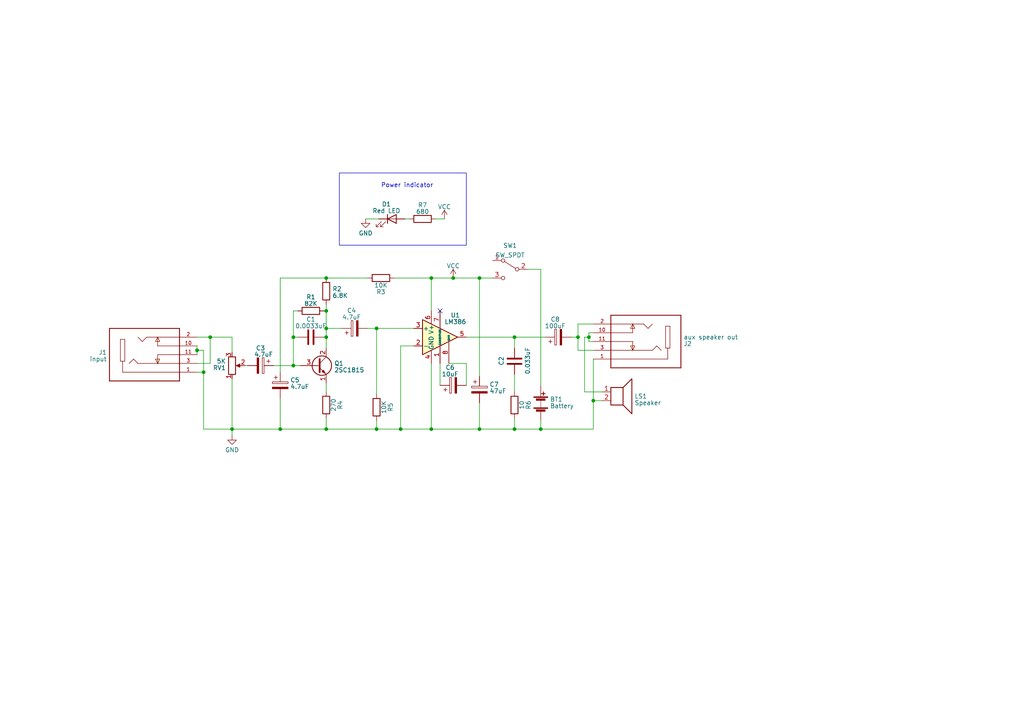
<source format=kicad_sch>
(kicad_sch (version 20230121) (generator eeschema)
  (paper "A4")
  (lib_symbols
    (symbol "Amplifier_Audio:LM386" (pin_names (offset 0.127))
      (property "Reference" "U" (at 1.27 7.62 0))
      (property "Value" "LM386" (at 1.27 5.08 0))
      (symbol "LM386_0_1"
        (polyline (pts (xy 5.08 0) (xy -5.08 5.08) (xy -5.08 -5.08) (xy 5.08 0)) (stroke (width 0.254)) (fill (type background)))
      )
      (symbol "LM386_1_1"
        (pin input line (at 0 -7.62 90) (length 5.08) (name "GAIN") (number "1"))
        (pin input line (at -7.62 -2.54 0) (length 2.54) (name "-") (number "2"))
        (pin input line (at -7.62 2.54 0) (length 2.54) (name "+") (number "3"))
        (pin power_in line (at -2.54 -7.62 90) (length 3.81) (name "GND") (number "4"))
        (pin output line (at 7.62 0 180) (length 2.54) (name "~") (number "5"))
        (pin power_in line (at -2.54 7.62 270) (length 3.81) (name "V+") (number "6"))
        (pin input line (at 0 7.62 270) (length 5.08) (name "BYPASS") (number "7"))
        (pin input line (at 2.54 -7.62 90) (length 6.35) (name "GAIN") (number "8"))
      )
    )
    (symbol "Device:Battery" (pin_numbers hide) (pin_names (offset 0) hide)
      (property "Reference" "BT" (at 2.54 2.54 0))
      (property "Value" "Battery" (at 2.54 0 0))
      (symbol "Battery_0_1"
        (rectangle (start -2.032 -1.397) (end 2.032 -1.651) (fill (type outline)))
        (rectangle (start -2.032 1.778) (end 2.032 1.524) (fill (type outline)))
        (rectangle (start -1.3208 -1.9812) (end 1.27 -2.4892) (fill (type outline)))
        (rectangle (start -1.3208 1.1938) (end 1.27 0.6858) (fill (type outline)))
        (polyline (pts (xy 0 -1.524) (xy 0 -1.27)))
        (polyline (pts (xy 0 -1.016) (xy 0 -0.762)))
        (polyline (pts (xy 0 -0.508) (xy 0 -0.254)))
        (polyline (pts (xy 0 0) (xy 0 0.254)))
        (polyline (pts (xy 0 0.508) (xy 0 0.762)))
        (polyline (pts (xy 0 1.778) (xy 0 2.54)))
        (polyline (pts (xy 0.254 2.667) (xy 1.27 2.667)) (stroke (width 0.254)))
        (polyline (pts (xy 0.762 3.175) (xy 0.762 2.159)) (stroke (width 0.254)))
      )
      (symbol "Battery_1_1"
        (pin passive line (at 0 5.08 270) (length 2.54) (name "+") (number "1"))
        (pin passive line (at 0 -5.08 90) (length 2.54) (name "-") (number "2"))
      )
    )
    (symbol "Device:C" (pin_numbers hide) (pin_names (offset 0.254))
      (property "Reference" "C" (at 0.635 2.54 0))
      (property "Value" "C" (at 0.635 -2.54 0))
      (symbol "C_0_1"
        (polyline (pts (xy -2.032 -0.762) (xy 2.032 -0.762)) (stroke (width 0.508)))
        (polyline (pts (xy -2.032 0.762) (xy 2.032 0.762)) (stroke (width 0.508)))
      )
      (symbol "C_1_1"
        (pin passive line (at 0 3.81 270) (length 2.794) (name "~") (number "1"))
        (pin passive line (at 0 -3.81 90) (length 2.794) (name "~") (number "2"))
      )
    )
    (symbol "Device:C_Polarized" (pin_numbers hide) (pin_names (offset 0.254))
      (property "Reference" "C" (at 0.635 2.54 0))
      (property "Value" "C_Polarized" (at 0.635 -2.54 0))
      (symbol "C_Polarized_0_1"
        (rectangle (start -2.286 0.508) (end 2.286 1.016))
        (polyline (pts (xy -1.778 2.286) (xy -0.762 2.286)))
        (polyline (pts (xy -1.27 2.794) (xy -1.27 1.778)))
        (rectangle (start 2.286 -0.508) (end -2.286 -1.016) (fill (type outline)))
      )
      (symbol "C_Polarized_1_1"
        (pin passive line (at 0 3.81 270) (length 2.794) (name "~") (number "1"))
        (pin passive line (at 0 -3.81 90) (length 2.794) (name "~") (number "2"))
      )
    )
    (symbol "Device:LED" (pin_numbers hide) (pin_names (offset 1.016) hide)
      (property "Reference" "D" (at 0 2.54 0))
      (property "Value" "LED" (at 0 -2.54 0))
      (symbol "LED_0_1"
        (polyline (pts (xy -1.27 -1.27) (xy -1.27 1.27)) (stroke (width 0.254)))
        (polyline (pts (xy -1.27 0) (xy 1.27 0)))
        (polyline (pts (xy 1.27 -1.27) (xy 1.27 1.27) (xy -1.27 0) (xy 1.27 -1.27)) (stroke (width 0.254)))
        (polyline (pts (xy -3.048 -0.762) (xy -4.572 -2.286) (xy -3.81 -2.286) (xy -4.572 -2.286) (xy -4.572 -1.524)))
        (polyline (pts (xy -1.778 -0.762) (xy -3.302 -2.286) (xy -2.54 -2.286) (xy -3.302 -2.286) (xy -3.302 -1.524)))
      )
      (symbol "LED_1_1"
        (pin passive line (at -3.81 0 0) (length 2.54) (name "K") (number "1"))
        (pin passive line (at 3.81 0 180) (length 2.54) (name "A") (number "2"))
      )
    )
    (symbol "Device:R" (pin_numbers hide) (pin_names (offset 0))
      (property "Reference" "R" (at 2.032 0 90))
      (property "Value" "R" (at 0 0 90))
      (symbol "R_0_1"
        (rectangle (start -1.016 -2.54) (end 1.016 2.54) (stroke (width 0.254)))
      )
      (symbol "R_1_1"
        (pin passive line (at 0 3.81 270) (length 1.27) (name "~") (number "1"))
        (pin passive line (at 0 -3.81 90) (length 1.27) (name "~") (number "2"))
      )
    )
    (symbol "Device:R_Potentiometer" (pin_names (offset 1.016) hide)
      (property "Reference" "RV" (at -4.445 0 90))
      (property "Value" "R_Potentiometer" (at -2.54 0 90))
      (symbol "R_Potentiometer_0_1"
        (polyline (pts (xy 2.54 0) (xy 1.524 0)))
        (polyline (pts (xy 1.143 0) (xy 2.286 0.508) (xy 2.286 -0.508) (xy 1.143 0)) (fill (type outline)))
        (rectangle (start 1.016 2.54) (end -1.016 -2.54) (stroke (width 0.254)))
      )
      (symbol "R_Potentiometer_1_1"
        (pin passive line (at 0 3.81 270) (length 1.27) (name "1") (number "1"))
        (pin passive line (at 3.81 0 180) (length 1.27) (name "2") (number "2"))
        (pin passive line (at 0 -3.81 90) (length 1.27) (name "3") (number "3"))
      )
    )
    (symbol "Device:Speaker" (pin_names (offset 0) hide)
      (property "Reference" "LS" (at 1.27 5.715 0))
      (property "Value" "Speaker" (at 1.27 3.81 0))
      (symbol "Speaker_0_0"
        (rectangle (start -2.54 1.27) (end 1.016 -3.81) (stroke (width 0.254)))
        (polyline (pts (xy 1.016 1.27) (xy 3.556 3.81) (xy 3.556 -6.35) (xy 1.016 -3.81)) (stroke (width 0.254)))
      )
      (symbol "Speaker_1_1"
        (pin input line (at -5.08 0 0) (length 2.54) (name "1") (number "1"))
        (pin input line (at -5.08 -2.54 0) (length 2.54) (name "2") (number "2"))
      )
    )
    (symbol "Evan's misc parts:SJ1-3525N" (pin_names (offset 1.016) hide)
      (property "Reference" "J" (at -10.16 10.16 0))
      (property "Value" "SJ1-3525N" (at -10.16 -12.7254 0))
      (symbol "SJ1-3525N_0_0"
        (polyline (pts (xy -10.16 -7.62) (xy 10.16 -7.62)) (stroke (width 0.254)))
        (polyline (pts (xy -10.16 7.62) (xy -10.16 -7.62)) (stroke (width 0.254)))
        (polyline (pts (xy -6.985 -4.445) (xy -6.985 1.905)) (stroke (width 0.1524)))
        (polyline (pts (xy -6.985 1.905) (xy -6.35 1.905)) (stroke (width 0.1524)))
        (polyline (pts (xy -6.35 1.905) (xy -5.715 1.905)) (stroke (width 0.1524)))
        (polyline (pts (xy -6.35 5.08) (xy -6.35 1.905)) (stroke (width 0.1524)))
        (polyline (pts (xy -5.715 -4.445) (xy -6.985 -4.445)) (stroke (width 0.1524)))
        (polyline (pts (xy -5.715 1.905) (xy -5.715 -4.445)) (stroke (width 0.1524)))
        (polyline (pts (xy -3.175 1.27) (xy -4.445 2.54)) (stroke (width 0.1524)))
        (polyline (pts (xy -1.905 2.54) (xy -3.175 1.27)) (stroke (width 0.1524)))
        (polyline (pts (xy -0.635 -3.81) (xy -1.905 -5.08)) (stroke (width 0.1524)))
        (polyline (pts (xy 0.635 -5.08) (xy -0.635 -3.81)) (stroke (width 0.1524)))
        (polyline (pts (xy 3.81 -5.08) (xy 0.635 -5.08)) (stroke (width 0.1524)))
        (polyline (pts (xy 3.81 -2.54) (xy 3.81 -5.08)) (stroke (width 0.1524)))
        (polyline (pts (xy 3.81 2.54) (xy -1.905 2.54)) (stroke (width 0.1524)))
        (polyline (pts (xy 3.81 2.54) (xy 3.81 0)) (stroke (width 0.1524)))
        (polyline (pts (xy 10.16 -7.62) (xy 10.16 -5.08)) (stroke (width 0.254)))
        (polyline (pts (xy 10.16 -5.08) (xy 3.81 -5.08)) (stroke (width 0.1524)))
        (polyline (pts (xy 10.16 -5.08) (xy 10.16 -2.54)) (stroke (width 0.254)))
        (polyline (pts (xy 10.16 -2.54) (xy 3.81 -2.54)) (stroke (width 0.1524)))
        (polyline (pts (xy 10.16 -2.54) (xy 10.16 0)) (stroke (width 0.254)))
        (polyline (pts (xy 10.16 0) (xy 3.81 0)) (stroke (width 0.1524)))
        (polyline (pts (xy 10.16 0) (xy 10.16 2.54)) (stroke (width 0.254)))
        (polyline (pts (xy 10.16 2.54) (xy 3.81 2.54)) (stroke (width 0.1524)))
        (polyline (pts (xy 10.16 2.54) (xy 10.16 5.08)) (stroke (width 0.254)))
        (polyline (pts (xy 10.16 5.08) (xy -6.35 5.08)) (stroke (width 0.1524)))
        (polyline (pts (xy 10.16 5.08) (xy 10.16 7.62)) (stroke (width 0.254)))
        (polyline (pts (xy 10.16 7.62) (xy -10.16 7.62)) (stroke (width 0.254)))
        (polyline (pts (xy 3.81 -5.08) (xy 3.175 -3.81) (xy 4.445 -3.81) (xy 3.81 -5.08)) (stroke (width 0.1524)) (fill (type background)))
        (polyline (pts (xy 3.81 2.54) (xy 4.445 1.27) (xy 3.175 1.27) (xy 3.81 2.54)) (stroke (width 0.1524)) (fill (type background)))
        (pin passive line (at 15.24 5.08 180) (length 5.08) (name "~") (number "1"))
        (pin passive line (at 15.24 -2.54 180) (length 5.08) (name "~") (number "10"))
        (pin passive line (at 15.24 0 180) (length 5.08) (name "~") (number "11"))
        (pin passive line (at 15.24 -5.08 180) (length 5.08) (name "~") (number "2"))
        (pin passive line (at 15.24 2.54 180) (length 5.08) (name "~") (number "3"))
      )
    )
    (symbol "Switch:SW_SPDT" (pin_names (offset 0) hide)
      (property "Reference" "SW" (at 0 4.318 0))
      (property "Value" "SW_SPDT" (at 0 -5.08 0))
      (symbol "SW_SPDT_0_0"
        (circle (center -2.032 0) (radius 0.508))
        (circle (center 2.032 -2.54) (radius 0.508))
      )
      (symbol "SW_SPDT_0_1"
        (polyline (pts (xy -1.524 0.254) (xy 1.651 2.286)))
        (circle (center 2.032 2.54) (radius 0.508))
      )
      (symbol "SW_SPDT_1_1"
        (pin passive line (at 5.08 2.54 180) (length 2.54) (name "A") (number "1"))
        (pin passive line (at -5.08 0 0) (length 2.54) (name "B") (number "2"))
        (pin passive line (at 5.08 -2.54 180) (length 2.54) (name "C") (number "3"))
      )
    )
    (symbol "Transistor_BJT:2SC1815" (pin_names (offset 0) hide)
      (property "Reference" "Q" (at 5.08 1.905 0))
      (property "Value" "2SC1815" (at 5.08 0 0))
      (symbol "2SC1815_0_1"
        (polyline (pts (xy 0 0) (xy 0.508 0)))
        (polyline (pts (xy 0.635 0.635) (xy 2.54 2.54)))
        (polyline (pts (xy 0.635 -0.635) (xy 2.54 -2.54) (xy 2.54 -2.54)))
        (polyline (pts (xy 0.635 1.905) (xy 0.635 -1.905) (xy 0.635 -1.905)) (stroke (width 0.508)))
        (polyline (pts (xy 1.27 -1.778) (xy 1.778 -1.27) (xy 2.286 -2.286) (xy 1.27 -1.778) (xy 1.27 -1.778)) (fill (type outline)))
        (circle (center 1.27 0) (radius 2.8194) (stroke (width 0.254)))
      )
      (symbol "2SC1815_1_1"
        (pin passive line (at 2.54 -5.08 90) (length 2.54) (name "E") (number "1"))
        (pin passive line (at 2.54 5.08 270) (length 2.54) (name "C") (number "2"))
        (pin input line (at -5.08 0 0) (length 5.08) (name "B") (number "3"))
      )
    )
    (symbol "power:GND" (power) (pin_names (offset 0))
      (property "Value" "GND" (at 0 -3.81 0))
      (symbol "GND_0_1"
        (polyline (pts (xy 0 0) (xy 0 -1.27) (xy 1.27 -1.27) (xy 0 -2.54) (xy -1.27 -1.27) (xy 0 -1.27)))
      )
      (symbol "GND_1_1"
        (pin power_in line (at 0 0 270) (length 0) hide (name "GND") (number "1"))
      )
    )
    (symbol "power:VCC" (power) (pin_names (offset 0))
      (property "Value" "VCC" (at 0 3.81 0))
      (symbol "VCC_0_1"
        (polyline (pts (xy -0.762 1.27) (xy 0 2.54)))
        (polyline (pts (xy 0 0) (xy 0 2.54)))
        (polyline (pts (xy 0 2.54) (xy 0.762 1.27)))
      )
      (symbol "VCC_1_1"
        (pin power_in line (at 0 0 90) (length 0) hide (name "VCC") (number "1"))
      )
    )
  )
  (junction (at 172.085 116.205))
  (junction (at 57.15 101.6))
  (junction (at 170.815 97.79))
  (junction (at 94.615 97.79))
  (junction (at 156.845 124.46))
  (junction (at 81.28 124.46))
  (junction (at 67.31 124.46))
  (junction (at 139.065 124.46))
  (junction (at 94.615 95.25))
  (junction (at 59.055 107.95))
  (junction (at 149.225 97.79))
  (junction (at 94.615 80.645))
  (junction (at 167.64 97.79))
  (junction (at 85.09 106.045))
  (junction (at 139.065 80.645))
  (junction (at 116.205 124.46))
  (junction (at 125.095 124.46))
  (junction (at 85.09 97.79))
  (junction (at 109.22 124.46))
  (junction (at 94.615 124.46))
  (junction (at 94.615 90.17))
  (junction (at 60.96 97.79))
  (junction (at 149.225 124.46))
  (junction (at 125.095 80.645))
  (junction (at 131.445 80.645))
  (junction (at 109.22 95.25))
  (no_connect (at 127.635 90.17))
  (wire (pts (xy 60.96 97.79) (xy 60.96 105.41)))
  (wire (pts (xy 86.36 90.17) (xy 85.09 90.17)))
  (wire (pts (xy 81.28 124.46) (xy 94.615 124.46)))
  (wire (pts (xy 81.28 124.46) (xy 81.28 115.57)))
  (wire (pts (xy 149.225 97.79) (xy 149.225 100.965)))
  (wire (pts (xy 126.365 63.5) (xy 128.905 63.5)))
  (wire (pts (xy 139.065 80.645) (xy 139.065 109.22)))
  (wire (pts (xy 94.615 88.265) (xy 94.615 90.17)))
  (wire (pts (xy 67.31 124.46) (xy 67.31 109.855)))
  (wire (pts (xy 85.09 97.79) (xy 86.36 97.79)))
  (wire (pts (xy 172.085 96.52) (xy 170.815 96.52)))
  (wire (pts (xy 127.635 105.41) (xy 127.635 111.76)))
  (wire (pts (xy 57.15 101.6) (xy 57.15 102.87)))
  (wire (pts (xy 135.255 97.79) (xy 149.225 97.79)))
  (wire (pts (xy 85.09 90.17) (xy 85.09 97.79)))
  (wire (pts (xy 172.085 116.205) (xy 172.085 124.46)))
  (wire (pts (xy 94.615 97.79) (xy 94.615 95.25)))
  (wire (pts (xy 169.545 113.665) (xy 169.545 97.79)))
  (wire (pts (xy 67.31 102.235) (xy 67.31 97.79)))
  (wire (pts (xy 114.3 80.645) (xy 125.095 80.645)))
  (wire (pts (xy 59.055 101.6) (xy 59.055 107.95)))
  (wire (pts (xy 139.065 124.46) (xy 149.225 124.46)))
  (wire (pts (xy 125.095 80.645) (xy 125.095 90.17)))
  (wire (pts (xy 93.98 97.79) (xy 94.615 97.79)))
  (wire (pts (xy 94.615 100.965) (xy 94.615 97.79)))
  (wire (pts (xy 67.31 126.365) (xy 67.31 124.46)))
  (wire (pts (xy 79.375 106.045) (xy 85.09 106.045)))
  (wire (pts (xy 130.175 105.41) (xy 135.255 105.41)))
  (wire (pts (xy 106.68 80.645) (xy 94.615 80.645)))
  (wire (pts (xy 149.225 124.46) (xy 156.845 124.46)))
  (wire (pts (xy 125.095 80.645) (xy 131.445 80.645)))
  (wire (pts (xy 94.615 80.645) (xy 81.28 80.645)))
  (wire (pts (xy 94.615 124.46) (xy 94.615 121.285)))
  (wire (pts (xy 106.045 63.5) (xy 109.855 63.5)))
  (wire (pts (xy 109.22 124.46) (xy 109.22 121.92)))
  (wire (pts (xy 170.815 96.52) (xy 170.815 97.79)))
  (wire (pts (xy 131.445 80.645) (xy 139.065 80.645)))
  (wire (pts (xy 149.225 113.665) (xy 149.225 108.585)))
  (wire (pts (xy 156.845 111.76) (xy 156.845 78.105)))
  (wire (pts (xy 169.545 97.79) (xy 170.815 97.79)))
  (wire (pts (xy 109.22 95.25) (xy 109.22 114.3)))
  (wire (pts (xy 120.015 100.33) (xy 116.205 100.33)))
  (wire (pts (xy 172.085 116.205) (xy 174.625 116.205)))
  (wire (pts (xy 85.09 97.79) (xy 85.09 106.045)))
  (wire (pts (xy 116.205 124.46) (xy 125.095 124.46)))
  (wire (pts (xy 94.615 90.17) (xy 93.98 90.17)))
  (wire (pts (xy 94.615 124.46) (xy 109.22 124.46)))
  (wire (pts (xy 60.96 105.41) (xy 57.15 105.41)))
  (wire (pts (xy 167.64 93.98) (xy 167.64 97.79)))
  (wire (pts (xy 57.15 97.79) (xy 60.96 97.79)))
  (wire (pts (xy 139.065 116.84) (xy 139.065 124.46)))
  (wire (pts (xy 60.96 97.79) (xy 67.31 97.79)))
  (wire (pts (xy 167.64 97.79) (xy 167.64 101.6)))
  (wire (pts (xy 59.055 107.95) (xy 59.055 124.46)))
  (wire (pts (xy 81.28 80.645) (xy 81.28 107.95)))
  (wire (pts (xy 67.31 124.46) (xy 81.28 124.46)))
  (wire (pts (xy 156.845 124.46) (xy 172.085 124.46)))
  (wire (pts (xy 172.085 104.14) (xy 172.085 116.205)))
  (wire (pts (xy 94.615 90.17) (xy 94.615 95.25)))
  (wire (pts (xy 170.815 97.79) (xy 170.815 99.06)))
  (wire (pts (xy 106.68 95.25) (xy 109.22 95.25)))
  (wire (pts (xy 156.845 78.105) (xy 153.035 78.105)))
  (wire (pts (xy 125.095 105.41) (xy 125.095 124.46)))
  (wire (pts (xy 170.815 99.06) (xy 172.085 99.06)))
  (wire (pts (xy 149.225 97.79) (xy 158.115 97.79)))
  (wire (pts (xy 99.06 95.25) (xy 94.615 95.25)))
  (wire (pts (xy 116.205 100.33) (xy 116.205 124.46)))
  (wire (pts (xy 71.755 106.045) (xy 71.12 106.045)))
  (wire (pts (xy 94.615 113.665) (xy 94.615 111.125)))
  (wire (pts (xy 149.225 121.285) (xy 149.225 124.46)))
  (wire (pts (xy 167.64 101.6) (xy 172.085 101.6)))
  (wire (pts (xy 57.15 101.6) (xy 59.055 101.6)))
  (wire (pts (xy 172.085 93.98) (xy 167.64 93.98)))
  (wire (pts (xy 109.22 95.25) (xy 120.015 95.25)))
  (wire (pts (xy 135.255 105.41) (xy 135.255 111.76)))
  (wire (pts (xy 57.15 100.33) (xy 57.15 101.6)))
  (wire (pts (xy 109.22 124.46) (xy 116.205 124.46)))
  (wire (pts (xy 156.845 124.46) (xy 156.845 121.92)))
  (wire (pts (xy 59.055 124.46) (xy 67.31 124.46)))
  (wire (pts (xy 125.095 124.46) (xy 139.065 124.46)))
  (wire (pts (xy 117.475 63.5) (xy 118.745 63.5)))
  (wire (pts (xy 174.625 113.665) (xy 169.545 113.665)))
  (wire (pts (xy 165.735 97.79) (xy 167.64 97.79)))
  (wire (pts (xy 59.055 107.95) (xy 57.15 107.95)))
  (wire (pts (xy 139.065 80.645) (xy 142.875 80.645)))
  (wire (pts (xy 85.09 106.045) (xy 86.995 106.045)))
  (rectangle (start 98.425 50.165) (end 135.255 71.12))
  (text "Power indicator" (at 110.49 54.61 0) (effects (font (size 1.27 1.27)) (justify left bottom)))
  (symbol (lib_id "Device:C_Polarized") (at 131.445 111.76 90) (unit 1)
    (property "Reference" "C6" (at 130.556 106.5911 90))
    (property "Value" "10uF" (at 130.556 108.5121 90))
    (property "Footprint" "Capacitor_THT:CP_Radial_D5.0mm_P2.50mm" (effects hide))
  )
  (symbol (lib_id "Device:R") (at 149.225 117.475 0) (mirror y) (unit 1)
    (property "Reference" "R6" (at 153.2509 117.475 90))
    (property "Value" "10" (at 151.3299 117.475 90))
    (property "Footprint" "Resistor_THT:R_Axial_DIN0207_L6.3mm_D2.5mm_P10.16mm_Horizontal" (effects hide))
  )
  (symbol (lib_id "Device:C_Polarized") (at 81.28 111.76 0) (unit 1)
    (property "Reference" "C5" (at 84.201 110.2273 0) (effects (justify left)))
    (property "Value" "4.7uF" (at 84.201 112.1483 0) (effects (justify left)))
    (property "Footprint" "Capacitor_THT:CP_Radial_D5.0mm_P2.50mm" (effects hide))
  )
  (symbol (lib_id "Device:R") (at 94.615 117.475 0) (mirror y) (unit 1)
    (property "Reference" "R4" (at 98.6409 117.475 90))
    (property "Value" "270" (at 96.7199 117.475 90))
    (property "Footprint" "Resistor_THT:R_Axial_DIN0207_L6.3mm_D2.5mm_P10.16mm_Horizontal" (effects hide))
  )
  (symbol (lib_id "power:VCC") (at 131.445 80.645 0) (unit 1)
    (property "Reference" "#PWR01" (effects hide))
    (property "Value" "VCC" (at 131.445 77.1431 0))
  )
  (symbol (lib_id "Evan's misc parts:SJ1-3525N") (at 41.91 102.87 0) (mirror x) (unit 1)
    (property "Reference" "J1" (at 30.9881 102.2263 0) (effects (justify right)))
    (property "Value" "input" (at 30.9881 104.1473 0) (effects (justify right)))
    (property "Footprint" "Evan's parts:CUI_SJ1-3525N" (effects hide))
    (property "MANUFACTURER" "CUI" (effects hide))
    (property "STANDARD" "Manufacturer recommendation" (effects hide))
    (property "PARTREV" "1.02" (effects hide))
  )
  (symbol (lib_id "power:GND") (at 67.31 126.365 0) (unit 1)
    (property "Reference" "#PWR03" (effects hide))
    (property "Value" "GND" (at 67.31 130.5005 0))
  )
  (symbol (lib_id "power:VCC") (at 128.905 63.5 0) (unit 1)
    (property "Reference" "#PWR04" (effects hide))
    (property "Value" "VCC" (at 128.905 59.9981 0))
  )
  (symbol (lib_id "Device:LED") (at 113.665 63.5 0) (unit 1)
    (property "Reference" "D1" (at 112.0775 59.2201 0))
    (property "Value" "Red LED" (at 112.0775 61.1411 0))
    (property "Footprint" "LED_THT:LED_D3.0mm" (effects hide))
  )
  (symbol (lib_id "Device:R_Potentiometer") (at 67.31 106.045 0) (mirror x) (unit 1)
    (property "Reference" "RV1" (at 65.5321 106.6887 0) (effects (justify right)))
    (property "Value" "5K" (at 65.5321 104.7677 0) (effects (justify right)))
    (property "Footprint" "Evan's parts:allen bradlet thumbwheel pot" (effects hide))
  )
  (symbol (lib_id "Switch:SW_SPDT") (at 147.955 78.105 0) (mirror y) (unit 1)
    (property "Reference" "SW1" (at 147.955 71.2175 0))
    (property "Value" "SW_SPDT" (at 147.955 73.9926 0))
    (property "Footprint" "Connector_PinHeader_2.54mm:PinHeader_1x03_P2.54mm_Vertical" (effects hide))
  )
  (symbol (lib_id "Device:Speaker") (at 179.705 113.665 0) (unit 1)
    (property "Reference" "LS1" (at 184.023 114.9263 0) (effects (justify left)))
    (property "Value" "Speaker" (at 184.023 116.8473 0) (effects (justify left)))
    (property "Footprint" "Connector_PinHeader_2.54mm:PinHeader_1x02_P2.54mm_Vertical" (effects hide))
  )
  (symbol (lib_id "Transistor_BJT:2SC1815") (at 92.075 106.045 0) (unit 1)
    (property "Reference" "Q1" (at 96.9264 105.4013 0) (effects (justify left)))
    (property "Value" "2SC1815" (at 96.9264 107.3223 0) (effects (justify left)))
    (property "Footprint" "Package_TO_SOT_THT:TO-92_Inline" (effects hide))
    (property "Datasheet" "https://media.digikey.com/pdf/Data%20Sheets/Toshiba%20PDFs/2SC1815.pdf" (effects hide))
  )
  (symbol (lib_id "Device:R") (at 94.615 84.455 180) (unit 1)
    (property "Reference" "R2" (at 96.393 83.8113 0) (effects (justify right)))
    (property "Value" "6.8K" (at 96.393 85.7323 0) (effects (justify right)))
    (property "Footprint" "Resistor_THT:R_Axial_DIN0207_L6.3mm_D2.5mm_P10.16mm_Horizontal" (effects hide))
  )
  (symbol (lib_id "Device:C") (at 149.225 104.775 0) (unit 1)
    (property "Reference" "C2" (at 145.415 106.045 90) (effects (justify left)))
    (property "Value" "0.033uF" (at 153.035 108.585 90) (effects (justify left)))
    (property "Footprint" "Capacitor_THT:C_Disc_D5.0mm_W2.5mm_P5.00mm" (effects hide))
  )
  (symbol (lib_id "Device:C_Polarized") (at 161.925 97.79 90) (unit 1)
    (property "Reference" "C8" (at 161.036 92.6211 90))
    (property "Value" "100uF" (at 161.036 94.5421 90))
    (property "Footprint" "Capacitor_THT:CP_Radial_D6.3mm_P2.50mm" (effects hide))
  )
  (symbol (lib_id "Device:Battery") (at 156.845 116.84 0) (unit 1)
    (property "Reference" "BT1" (at 159.512 115.8153 0) (effects (justify left)))
    (property "Value" "Battery" (at 159.512 117.7363 0) (effects (justify left)))
    (property "Footprint" "Connector_PinHeader_2.54mm:PinHeader_1x02_P2.54mm_Vertical" (effects hide))
  )
  (symbol (lib_id "Device:R") (at 122.555 63.5 270) (unit 1)
    (property "Reference" "R7" (at 122.555 59.4741 90))
    (property "Value" "680" (at 122.555 61.3951 90))
    (property "Footprint" "Resistor_THT:R_Axial_DIN0207_L6.3mm_D2.5mm_P10.16mm_Horizontal" (effects hide))
  )
  (symbol (lib_id "power:GND") (at 106.045 63.5 0) (unit 1)
    (property "Reference" "#PWR02" (effects hide))
    (property "Value" "GND" (at 106.045 67.6355 0))
  )
  (symbol (lib_id "Amplifier_Audio:LM386") (at 127.635 97.79 0) (unit 1)
    (property "Reference" "U1" (at 132.08 91.424 0))
    (property "Value" "LM386" (at 132.08 93.345 0))
    (property "Footprint" "Package_DIP:DIP-8_W7.62mm" (effects hide))
    (property "Datasheet" "http://www.ti.com/lit/ds/symlink/lm386.pdf" (effects hide))
  )
  (symbol (lib_id "Device:R") (at 110.49 80.645 270) (mirror x) (unit 1)
    (property "Reference" "R3" (at 110.49 84.6709 90))
    (property "Value" "10K" (at 110.49 82.7499 90))
    (property "Footprint" "Resistor_THT:R_Axial_DIN0207_L6.3mm_D2.5mm_P10.16mm_Horizontal" (effects hide))
  )
  (symbol (lib_id "Device:C_Polarized") (at 139.065 113.03 0) (unit 1)
    (property "Reference" "C7" (at 141.986 111.4973 0) (effects (justify left)))
    (property "Value" "47uF" (at 141.986 113.4183 0) (effects (justify left)))
    (property "Footprint" "Capacitor_THT:CP_Radial_D5.0mm_P2.50mm" (effects hide))
  )
  (symbol (lib_id "Device:C") (at 90.17 97.79 90) (unit 1)
    (property "Reference" "C1" (at 90.17 92.6211 90))
    (property "Value" "0.0033uF" (at 90.17 94.5421 90))
    (property "Footprint" "Capacitor_THT:C_Disc_D5.0mm_W2.5mm_P2.50mm" (effects hide))
  )
  (symbol (lib_id "Evan's misc parts:SJ1-3525N") (at 187.325 99.06 180) (unit 1)
    (property "Reference" "J2" (at 198.247 99.7037 0) (effects (justify right)))
    (property "Value" "aux speaker out" (at 198.247 97.7827 0) (effects (justify right)))
    (property "Footprint" "Evan's parts:CUI_SJ1-3525N" (effects hide))
    (property "MANUFACTURER" "CUI" (effects hide))
    (property "STANDARD" "Manufacturer recommendation" (effects hide))
    (property "PARTREV" "1.02" (effects hide))
  )
  (symbol (lib_id "Device:C_Polarized") (at 75.565 106.045 270) (unit 1)
    (property "Reference" "C3" (at 75.565 100.965 90))
    (property "Value" "4.7uF" (at 76.454 102.7971 90))
    (property "Footprint" "Capacitor_THT:CP_Radial_D5.0mm_P2.50mm" (effects hide))
  )
  (symbol (lib_id "Device:R") (at 109.22 118.11 0) (mirror y) (unit 1)
    (property "Reference" "R5" (at 113.2459 118.11 90))
    (property "Value" "10K" (at 111.3249 118.11 90))
    (property "Footprint" "Resistor_THT:R_Axial_DIN0207_L6.3mm_D2.5mm_P10.16mm_Horizontal" (effects hide))
  )
  (symbol (lib_id "Device:C_Polarized") (at 102.87 95.25 90) (unit 1)
    (property "Reference" "C4" (at 101.981 90.0811 90))
    (property "Value" "4.7uF" (at 101.981 92.0021 90))
    (property "Footprint" "Capacitor_THT:CP_Radial_D5.0mm_P2.50mm" (effects hide))
  )
  (symbol (lib_id "Device:R") (at 90.17 90.17 90) (unit 1)
    (property "Reference" "R1" (at 90.17 86.1441 90))
    (property "Value" "82K" (at 90.17 88.0651 90))
    (property "Footprint" "Resistor_THT:R_Axial_DIN0207_L6.3mm_D2.5mm_P10.16mm_Horizontal" (effects hide))
  )
)
</source>
